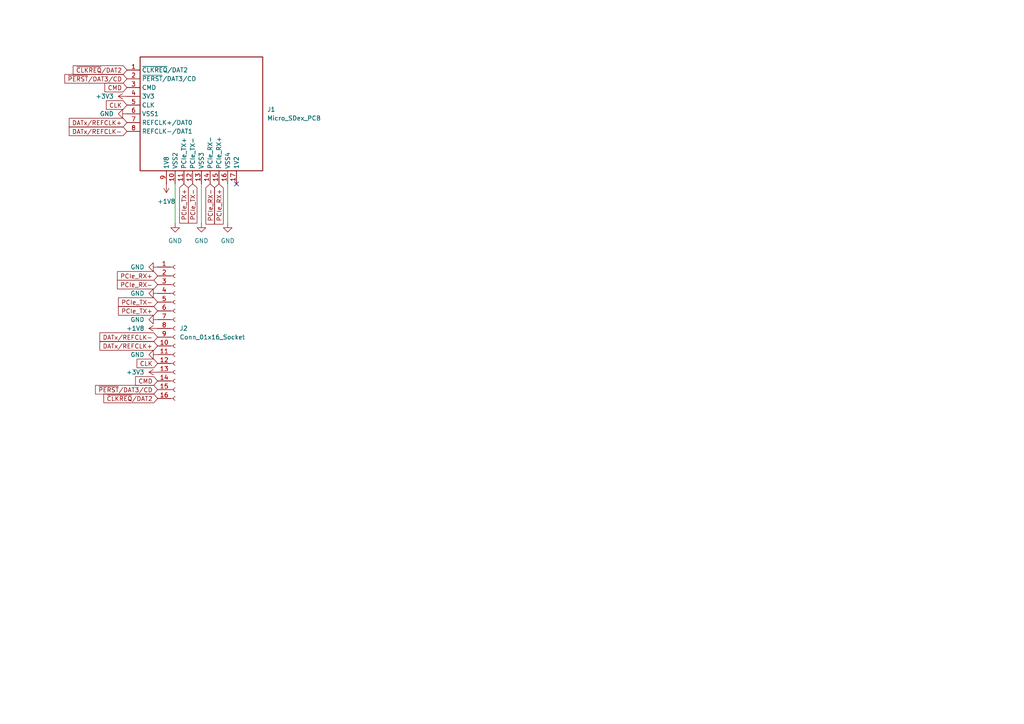
<source format=kicad_sch>
(kicad_sch (version 20250114) (generator "eeschema") (generator_version "9.0")
  (paper "A4")
  (lib_symbols
    (symbol "Connector:Conn_01x16_Socket" (pin_names (offset 1.016) (hide yes))
      (property "Reference" "J" (at 0 20.32 0))
      (property "Value" "Conn_01x16_Socket" (at 0 -22.86 0))
      (symbol "Conn_01x16_Socket_1_1"
        (polyline (pts (xy -1.27 17.78) (xy -0.508 17.78)) (stroke (width 0.1524)))
        (polyline (pts (xy -1.27 15.24) (xy -0.508 15.24)) (stroke (width 0.1524)))
        (polyline (pts (xy -1.27 12.7) (xy -0.508 12.7)) (stroke (width 0.1524)))
        (polyline (pts (xy -1.27 10.16) (xy -0.508 10.16)) (stroke (width 0.1524)))
        (polyline (pts (xy -1.27 7.62) (xy -0.508 7.62)) (stroke (width 0.1524)))
        (polyline (pts (xy -1.27 5.08) (xy -0.508 5.08)) (stroke (width 0.1524)))
        (polyline (pts (xy -1.27 2.54) (xy -0.508 2.54)) (stroke (width 0.1524)))
        (polyline (pts (xy -1.27 0) (xy -0.508 0)) (stroke (width 0.1524)))
        (polyline (pts (xy -1.27 -2.54) (xy -0.508 -2.54)) (stroke (width 0.1524)))
        (polyline (pts (xy -1.27 -5.08) (xy -0.508 -5.08)) (stroke (width 0.1524)))
        (polyline (pts (xy -1.27 -7.62) (xy -0.508 -7.62)) (stroke (width 0.1524)))
        (polyline (pts (xy -1.27 -10.16) (xy -0.508 -10.16)) (stroke (width 0.1524)))
        (polyline (pts (xy -1.27 -12.7) (xy -0.508 -12.7)) (stroke (width 0.1524)))
        (polyline (pts (xy -1.27 -15.24) (xy -0.508 -15.24)) (stroke (width 0.1524)))
        (polyline (pts (xy -1.27 -17.78) (xy -0.508 -17.78)) (stroke (width 0.1524)))
        (polyline (pts (xy -1.27 -20.32) (xy -0.508 -20.32)) (stroke (width 0.1524)))
        (arc (start 0 17.272) (mid -0.5058 17.78) (end 0 18.288) (stroke (width 0.1524)))
        (arc (start 0 14.732) (mid -0.5058 15.24) (end 0 15.748) (stroke (width 0.1524)))
        (arc (start 0 12.192) (mid -0.5058 12.7) (end 0 13.208) (stroke (width 0.1524)))
        (arc (start 0 9.652) (mid -0.5058 10.16) (end 0 10.668) (stroke (width 0.1524)))
        (arc (start 0 7.112) (mid -0.5058 7.62) (end 0 8.128) (stroke (width 0.1524)))
        (arc (start 0 4.572) (mid -0.5058 5.08) (end 0 5.588) (stroke (width 0.1524)))
        (arc (start 0 2.032) (mid -0.5058 2.54) (end 0 3.048) (stroke (width 0.1524)))
        (arc (start 0 -0.508) (mid -0.5058 0) (end 0 0.508) (stroke (width 0.1524)))
        (arc (start 0 -3.048) (mid -0.5058 -2.54) (end 0 -2.032) (stroke (width 0.1524)))
        (arc (start 0 -5.588) (mid -0.5058 -5.08) (end 0 -4.572) (stroke (width 0.1524)))
        (arc (start 0 -8.128) (mid -0.5058 -7.62) (end 0 -7.112) (stroke (width 0.1524)))
        (arc (start 0 -10.668) (mid -0.5058 -10.16) (end 0 -9.652) (stroke (width 0.1524)))
        (arc (start 0 -13.208) (mid -0.5058 -12.7) (end 0 -12.192) (stroke (width 0.1524)))
        (arc (start 0 -15.748) (mid -0.5058 -15.24) (end 0 -14.732) (stroke (width 0.1524)))
        (arc (start 0 -18.288) (mid -0.5058 -17.78) (end 0 -17.272) (stroke (width 0.1524)))
        (arc (start 0 -20.828) (mid -0.5058 -20.32) (end 0 -19.812) (stroke (width 0.1524)))
        (pin passive line (at -5.08 17.78 0) (length 3.81) (name "Pin_1") (number "1"))
        (pin passive line (at -5.08 15.24 0) (length 3.81) (name "Pin_2") (number "2"))
        (pin passive line (at -5.08 12.7 0) (length 3.81) (name "Pin_3") (number "3"))
        (pin passive line (at -5.08 10.16 0) (length 3.81) (name "Pin_4") (number "4"))
        (pin passive line (at -5.08 7.62 0) (length 3.81) (name "Pin_5") (number "5"))
        (pin passive line (at -5.08 5.08 0) (length 3.81) (name "Pin_6") (number "6"))
        (pin passive line (at -5.08 2.54 0) (length 3.81) (name "Pin_7") (number "7"))
        (pin passive line (at -5.08 0 0) (length 3.81) (name "Pin_8") (number "8"))
        (pin passive line (at -5.08 -2.54 0) (length 3.81) (name "Pin_9") (number "9"))
        (pin passive line (at -5.08 -5.08 0) (length 3.81) (name "Pin_10") (number "10"))
        (pin passive line (at -5.08 -7.62 0) (length 3.81) (name "Pin_11") (number "11"))
        (pin passive line (at -5.08 -10.16 0) (length 3.81) (name "Pin_12") (number "12"))
        (pin passive line (at -5.08 -12.7 0) (length 3.81) (name "Pin_13") (number "13"))
        (pin passive line (at -5.08 -15.24 0) (length 3.81) (name "Pin_14") (number "14"))
        (pin passive line (at -5.08 -17.78 0) (length 3.81) (name "Pin_15") (number "15"))
        (pin passive line (at -5.08 -20.32 0) (length 3.81) (name "Pin_16") (number "16"))
      )
    )
    (symbol "m1cha:Micro_SDex_PCB"
      (property "Reference" "J" (at -16.51 17.78 0))
      (property "Value" "Micro_SDex_PCB" (at 16.51 17.78 0))
      (symbol "Micro_SDex_PCB_0_1"
        (polyline (pts (xy 16.51 -8.89) (xy 16.51 16.51) (xy -19.05 16.51) (xy -19.05 -16.51) (xy 16.51 -16.51) (xy 16.51 -8.89)) (stroke (width 0.254)))
      )
      (symbol "Micro_SDex_PCB_1_1"
        (pin bidirectional line (at -22.86 12.7 0) (length 3.81) (name "~{CLKREQ}/DAT2") (number "1"))
        (pin bidirectional line (at -22.86 10.16 0) (length 3.81) (name "~{PERST}/DAT3/CD") (number "2"))
        (pin output line (at -22.86 7.62 0) (length 3.81) (name "CMD") (number "3"))
        (pin power_out line (at -22.86 5.08 0) (length 3.81) (name "3V3") (number "4"))
        (pin output line (at -22.86 2.54 0) (length 3.81) (name "CLK") (number "5"))
        (pin power_out line (at -22.86 0 0) (length 3.81) (name "VSS1") (number "6"))
        (pin bidirectional line (at -22.86 -2.54 0) (length 3.81) (name "REFCLK+/DAT0") (number "7"))
        (pin bidirectional line (at -22.86 -5.08 0) (length 3.81) (name "REFCLK-/DAT1") (number "8"))
        (pin power_out line (at -11.43 -20.32 90) (length 3.81) (name "1V8") (number "9"))
        (pin passive line (at -8.89 -20.32 90) (length 3.81) (name "VSS2") (number "10"))
        (pin output line (at -6.35 -20.32 90) (length 3.81) (name "PCIe_TX+") (number "11"))
        (pin output line (at -3.81 -20.32 90) (length 3.81) (name "PCIe_TX-") (number "12"))
        (pin passive line (at -1.27 -20.32 90) (length 3.81) (name "VSS3") (number "13"))
        (pin input line (at 1.27 -20.32 90) (length 3.81) (name "PCIe_RX-") (number "14"))
        (pin input line (at 3.81 -20.32 90) (length 3.81) (name "PCIe_RX+") (number "15"))
        (pin passive line (at 6.35 -20.32 90) (length 3.81) (name "VSS4") (number "16"))
        (pin power_out line (at 8.89 -20.32 90) (length 3.81) (name "1V2") (number "17"))
      )
    )
    (symbol "power:+1V8" (power) (pin_numbers (hide yes)) (pin_names (offset 0) (hide yes))
      (property "Value" "+1V8" (at 0 3.556 0))
      (symbol "+1V8_0_1"
        (polyline (pts (xy -0.762 1.27) (xy 0 2.54)))
        (polyline (pts (xy 0 2.54) (xy 0.762 1.27)))
        (polyline (pts (xy 0 0) (xy 0 2.54)))
      )
      (symbol "+1V8_1_1"
        (pin power_in line (at 0 0 90) (length 0) (name "~") (number "1"))
      )
    )
    (symbol "power:+3V3" (power) (pin_numbers (hide yes)) (pin_names (offset 0) (hide yes))
      (property "Value" "+3V3" (at 0 3.556 0))
      (symbol "+3V3_0_1"
        (polyline (pts (xy -0.762 1.27) (xy 0 2.54)))
        (polyline (pts (xy 0 2.54) (xy 0.762 1.27)))
        (polyline (pts (xy 0 0) (xy 0 2.54)))
      )
      (symbol "+3V3_1_1"
        (pin power_in line (at 0 0 90) (length 0) (name "~") (number "1"))
      )
    )
    (symbol "power:GND" (power) (pin_numbers (hide yes)) (pin_names (offset 0) (hide yes))
      (property "Value" "GND" (at 0 -3.81 0))
      (symbol "GND_0_1"
        (polyline (pts (xy 0 0) (xy 0 -1.27) (xy 1.27 -1.27) (xy 0 -2.54) (xy -1.27 -1.27) (xy 0 -1.27)))
      )
      (symbol "GND_1_1"
        (pin power_in line (at 0 0 270) (length 0) (name "~") (number "1"))
      )
    )
  )
  (no_connect (at 68.58 53.34))
  (wire (pts (xy 66.04 64.77) (xy 66.04 53.34)))
  (wire (pts (xy 58.42 64.77) (xy 58.42 53.34)))
  (wire (pts (xy 50.8 64.77) (xy 50.8 53.34)))
  (global_label "PCIe_RX+" (shape input) (at 45.72 80.01 180) (property "Intersheetrefs" "${INTERSHEET_REFS}" (effects (hide yes))))
  (global_label "PCIe_TX+" (shape input) (at 53.34 53.34 270) (property "Intersheetrefs" "${INTERSHEET_REFS}" (effects (hide yes))))
  (global_label "~{PERST}{slash}DAT3{slash}CD" (shape input) (at 36.83 22.86 180) (property "Intersheetrefs" "${INTERSHEET_REFS}" (effects (hide yes))))
  (global_label "PCIe_RX-" (shape input) (at 60.96 53.34 270) (property "Intersheetrefs" "${INTERSHEET_REFS}" (effects (hide yes))))
  (global_label "PCIe_TX-" (shape input) (at 55.88 53.34 270) (property "Intersheetrefs" "${INTERSHEET_REFS}" (effects (hide yes))))
  (global_label "~{CLKREQ}{slash}DAT2" (shape input) (at 36.83 20.32 180) (property "Intersheetrefs" "${INTERSHEET_REFS}" (effects (hide yes))))
  (global_label "PCIe_RX-" (shape input) (at 45.72 82.55 180) (property "Intersheetrefs" "${INTERSHEET_REFS}" (effects (hide yes))))
  (global_label "CMD" (shape input) (at 36.83 25.4 180) (property "Intersheetrefs" "${INTERSHEET_REFS}" (effects (hide yes))))
  (global_label "DATx{slash}REFCLK-" (shape input) (at 45.72 97.79 180) (property "Intersheetrefs" "${INTERSHEET_REFS}" (effects (hide yes))))
  (global_label "DATx{slash}REFCLK-" (shape input) (at 36.83 38.1 180) (property "Intersheetrefs" "${INTERSHEET_REFS}" (effects (hide yes))))
  (global_label "~{PERST}{slash}DAT3{slash}CD" (shape input) (at 45.72 113.03 180) (property "Intersheetrefs" "${INTERSHEET_REFS}" (effects (hide yes))))
  (global_label "DATx{slash}REFCLK+" (shape input) (at 36.83 35.56 180) (property "Intersheetrefs" "${INTERSHEET_REFS}" (effects (hide yes))))
  (global_label "~{CLKREQ}{slash}DAT2" (shape input) (at 45.72 115.57 180) (property "Intersheetrefs" "${INTERSHEET_REFS}" (effects (hide yes))))
  (global_label "PCIe_TX+" (shape input) (at 45.72 90.17 180) (property "Intersheetrefs" "${INTERSHEET_REFS}" (effects (hide yes))))
  (global_label "CLK" (shape input) (at 36.83 30.48 180) (property "Intersheetrefs" "${INTERSHEET_REFS}" (effects (hide yes))))
  (global_label "CMD" (shape input) (at 45.72 110.49 180) (property "Intersheetrefs" "${INTERSHEET_REFS}" (effects (hide yes))))
  (global_label "CLK" (shape input) (at 45.72 105.41 180) (property "Intersheetrefs" "${INTERSHEET_REFS}" (effects (hide yes))))
  (global_label "PCIe_TX-" (shape input) (at 45.72 87.63 180) (property "Intersheetrefs" "${INTERSHEET_REFS}" (effects (hide yes))))
  (global_label "PCIe_RX+" (shape input) (at 63.5 53.34 270) (property "Intersheetrefs" "${INTERSHEET_REFS}" (effects (hide yes))))
  (global_label "DATx{slash}REFCLK+" (shape input) (at 45.72 100.33 180) (property "Intersheetrefs" "${INTERSHEET_REFS}" (effects (hide yes))))
  (symbol (lib_id "Connector:Conn_01x16_Socket") (at 50.8 95.25 0) (unit 1)
    (property "Reference" "J2" (at 52.07 95.2499 0) (effects (justify left)))
    (property "Value" "Conn_01x16_Socket" (at 52.07 97.7899 0) (effects (justify left)))
    (property "Footprint" "m1cha:usdex-fpc-1x18-0.55mm" (effects (hide yes)))
    (property "Description" "Generic connector, single row, 01x16, script generated" (effects (hide yes)))
  )
  (symbol (lib_id "power:GND") (at 50.8 64.77 0) (unit 1)
    (property "Reference" "#PWR02" (effects (hide yes)))
    (property "Value" "GND" (at 50.8 69.85 0))
    (property "Description" "Power symbol creates a global label with name \"GND\" , ground" (effects (hide yes)))
  )
  (symbol (lib_id "power:GND") (at 45.72 77.47 270) (unit 1)
    (property "Reference" "#PWR011" (effects (hide yes)))
    (property "Value" "GND" (at 41.91 77.4699 90) (effects (justify right)))
    (property "Description" "Power symbol creates a global label with name \"GND\" , ground" (effects (hide yes)))
  )
  (symbol (lib_id "power:GND") (at 36.83 33.02 270) (unit 1)
    (property "Reference" "#PWR01" (effects (hide yes)))
    (property "Value" "GND" (at 33.02 33.0199 90) (effects (justify right)))
    (property "Description" "Power symbol creates a global label with name \"GND\" , ground" (effects (hide yes)))
  )
  (symbol (lib_id "power:+1V8") (at 45.72 95.25 90) (unit 1)
    (property "Reference" "#PWR07" (effects (hide yes)))
    (property "Value" "+1V8" (at 41.91 95.2499 90) (effects (justify left)))
    (property "Description" "Power symbol creates a global label with name \"+1V8\"" (effects (hide yes)))
  )
  (symbol (lib_id "m1cha:Micro_SDex_PCB") (at 59.69 33.02 0) (unit 1)
    (property "Reference" "J1" (at 77.47 31.7499 0) (effects (justify left)))
    (property "Value" "Micro_SDex_PCB" (at 77.47 34.2899 0) (effects (justify left)))
    (property "Footprint" "m1cha:usdex-male-open_bottom" (effects (hide yes)))
    (property "Description" "Micro SD Card PCB" (effects (hide yes)))
  )
  (symbol (lib_id "power:GND") (at 45.72 92.71 270) (unit 1)
    (property "Reference" "#PWR08" (effects (hide yes)))
    (property "Value" "GND" (at 41.91 92.7099 90) (effects (justify right)))
    (property "Description" "Power symbol creates a global label with name \"GND\" , ground" (effects (hide yes)))
  )
  (symbol (lib_id "power:GND") (at 45.72 85.09 270) (unit 1)
    (property "Reference" "#PWR010" (effects (hide yes)))
    (property "Value" "GND" (at 41.91 85.0899 90) (effects (justify right)))
    (property "Description" "Power symbol creates a global label with name \"GND\" , ground" (effects (hide yes)))
  )
  (symbol (lib_id "power:GND") (at 58.42 64.77 0) (unit 1)
    (property "Reference" "#PWR09" (effects (hide yes)))
    (property "Value" "GND" (at 58.42 69.85 0))
    (property "Description" "Power symbol creates a global label with name \"GND\" , ground" (effects (hide yes)))
  )
  (symbol (lib_id "power:+3V3") (at 36.83 27.94 90) (unit 1)
    (property "Reference" "#PWR04" (effects (hide yes)))
    (property "Value" "+3V3" (at 33.02 27.9399 90) (effects (justify left)))
    (property "Description" "Power symbol creates a global label with name \"+3V3\"" (effects (hide yes)))
  )
  (symbol (lib_id "power:GND") (at 45.72 102.87 270) (unit 1)
    (property "Reference" "#PWR012" (effects (hide yes)))
    (property "Value" "GND" (at 41.91 102.8699 90) (effects (justify right)))
    (property "Description" "Power symbol creates a global label with name \"GND\" , ground" (effects (hide yes)))
  )
  (symbol (lib_id "power:+3V3") (at 45.72 107.95 90) (unit 1)
    (property "Reference" "#PWR014" (effects (hide yes)))
    (property "Value" "+3V3" (at 41.91 107.9499 90) (effects (justify left)))
    (property "Description" "Power symbol creates a global label with name \"+3V3\"" (effects (hide yes)))
  )
  (symbol (lib_id "power:GND") (at 66.04 64.77 0) (unit 1)
    (property "Reference" "#PWR03" (effects (hide yes)))
    (property "Value" "GND" (at 66.04 69.85 0))
    (property "Description" "Power symbol creates a global label with name \"GND\" , ground" (effects (hide yes)))
  )
  (symbol (lib_id "power:+1V8") (at 48.26 53.34 180) (unit 1)
    (property "Reference" "#PWR05" (effects (hide yes)))
    (property "Value" "+1V8" (at 48.26 58.42 0))
    (property "Description" "Power symbol creates a global label with name \"+1V8\"" (effects (hide yes)))
  )
)
</source>
